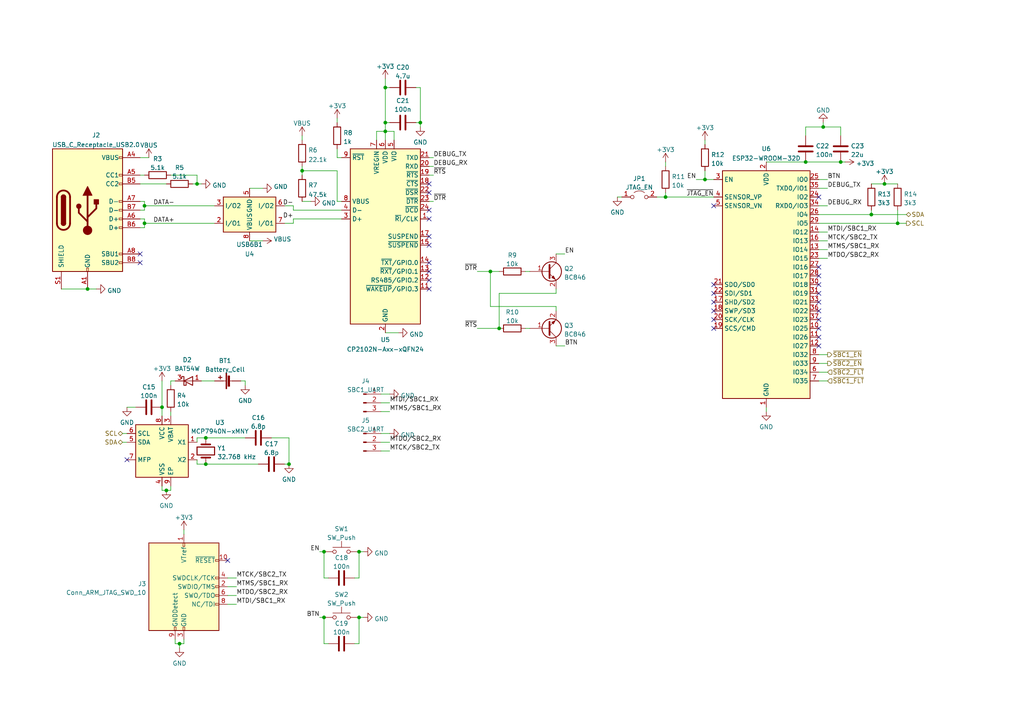
<source format=kicad_sch>
(kicad_sch (version 20211123) (generator eeschema)
  (paper "A4")
  (lib_symbols
    (symbol "Connector:Conn_01x03_Male" (pin_names (offset 1.016) hide)
      (property "Reference" "J" (at 0 5.08 0))
      (property "Value" "Conn_01x03_Male" (at 0 -5.08 0))
      (symbol "Conn_01x03_Male_1_1"
        (polyline (pts (xy 1.27 -2.54) (xy 0.8636 -2.54)) (stroke (width 0.1524)))
        (polyline (pts (xy 1.27 0) (xy 0.8636 0)) (stroke (width 0.1524)))
        (polyline (pts (xy 1.27 2.54) (xy 0.8636 2.54)) (stroke (width 0.1524)))
        (rectangle (start 0.8636 -2.413) (end 0 -2.667) (stroke (width 0.1524)) (fill (type outline)))
        (rectangle (start 0.8636 0.127) (end 0 -0.127) (stroke (width 0.1524)) (fill (type outline)))
        (rectangle (start 0.8636 2.667) (end 0 2.413) (stroke (width 0.1524)) (fill (type outline)))
        (pin passive line (at 5.08 2.54 180) (length 3.81) (name "Pin_1") (number "1"))
        (pin passive line (at 5.08 0 180) (length 3.81) (name "Pin_2") (number "2"))
        (pin passive line (at 5.08 -2.54 180) (length 3.81) (name "Pin_3") (number "3"))
      )
    )
    (symbol "Connector:Conn_ARM_JTAG_SWD_10" (pin_names (offset 1.016))
      (property "Reference" "J" (at -2.54 16.51 0))
      (property "Value" "Conn_ARM_JTAG_SWD_10" (at -2.54 13.97 0))
      (symbol "Conn_ARM_JTAG_SWD_10_0_1"
        (rectangle (start -10.16 12.7) (end 10.16 -12.7) (stroke (width 0.254)) (fill (type background)))
        (rectangle (start -2.794 -12.7) (end -2.286 -11.684))
        (rectangle (start -0.254 -12.7) (end 0.254 -11.684))
        (rectangle (start -0.254 12.7) (end 0.254 11.684))
        (rectangle (start 9.144 2.286) (end 10.16 2.794))
        (rectangle (start 10.16 -2.794) (end 9.144 -2.286))
        (rectangle (start 10.16 -0.254) (end 9.144 0.254))
        (rectangle (start 10.16 7.874) (end 9.144 7.366))
      )
      (symbol "Conn_ARM_JTAG_SWD_10_1_1"
        (rectangle (start 9.144 -5.334) (end 10.16 -4.826))
        (pin power_in line (at 0 15.24 270) (length 2.54) (name "VTref") (number "1"))
        (pin open_collector line (at 12.7 7.62 180) (length 2.54) (name "~{RESET}") (number "10"))
        (pin bidirectional line (at 12.7 0 180) (length 2.54) (name "SWDIO/TMS") (number "2"))
        (pin power_in line (at 0 -15.24 90) (length 2.54) (name "GND") (number "3"))
        (pin output line (at 12.7 2.54 180) (length 2.54) (name "SWDCLK/TCK") (number "4"))
        (pin passive line (at 0 -15.24 90) (length 2.54) hide (name "GND") (number "5"))
        (pin input line (at 12.7 -2.54 180) (length 2.54) (name "SWO/TDO") (number "6"))
        (pin no_connect line (at -10.16 0 0) (length 2.54) hide (name "KEY") (number "7"))
        (pin output line (at 12.7 -5.08 180) (length 2.54) (name "NC/TDI") (number "8"))
        (pin passive line (at -2.54 -15.24 90) (length 2.54) (name "GNDDetect") (number "9"))
      )
    )
    (symbol "Connector:USB_C_Receptacle_USB2.0" (pin_names (offset 1.016))
      (property "Reference" "J" (at -10.16 19.05 0))
      (property "Value" "USB_C_Receptacle_USB2.0" (at 19.05 19.05 0))
      (symbol "USB_C_Receptacle_USB2.0_0_0"
        (rectangle (start -0.254 -17.78) (end 0.254 -16.764))
        (rectangle (start 10.16 -14.986) (end 9.144 -15.494))
        (rectangle (start 10.16 -12.446) (end 9.144 -12.954))
        (rectangle (start 10.16 -4.826) (end 9.144 -5.334))
        (rectangle (start 10.16 -2.286) (end 9.144 -2.794))
        (rectangle (start 10.16 0.254) (end 9.144 -0.254))
        (rectangle (start 10.16 2.794) (end 9.144 2.286))
        (rectangle (start 10.16 7.874) (end 9.144 7.366))
        (rectangle (start 10.16 10.414) (end 9.144 9.906))
        (rectangle (start 10.16 15.494) (end 9.144 14.986))
      )
      (symbol "USB_C_Receptacle_USB2.0_0_1"
        (rectangle (start -10.16 17.78) (end 10.16 -17.78) (stroke (width 0.254)) (fill (type background)))
        (arc (start -8.89 -3.81) (mid -6.985 -5.715) (end -5.08 -3.81) (stroke (width 0.508)))
        (arc (start -7.62 -3.81) (mid -6.985 -4.445) (end -6.35 -3.81) (stroke (width 0.254)))
        (arc (start -7.62 -3.81) (mid -6.985 -4.445) (end -6.35 -3.81) (stroke (width 0.254)) (fill (type outline)))
        (rectangle (start -7.62 -3.81) (end -6.35 3.81) (stroke (width 0.254)) (fill (type outline)))
        (arc (start -6.35 3.81) (mid -6.985 4.445) (end -7.62 3.81) (stroke (width 0.254)))
        (arc (start -6.35 3.81) (mid -6.985 4.445) (end -7.62 3.81) (stroke (width 0.254)) (fill (type outline)))
        (arc (start -5.08 3.81) (mid -6.985 5.715) (end -8.89 3.81) (stroke (width 0.508)))
        (circle (center -2.54 1.143) (radius 0.635) (stroke (width 0.254)) (fill (type outline)))
        (circle (center 0 -5.842) (radius 1.27) (fill (type outline)))
        (polyline (pts (xy -8.89 -3.81) (xy -8.89 3.81)) (stroke (width 0.508)))
        (polyline (pts (xy -5.08 3.81) (xy -5.08 -3.81)) (stroke (width 0.508)))
        (polyline (pts (xy 0 -5.842) (xy 0 4.318)) (stroke (width 0.508)))
        (polyline (pts (xy 0 -3.302) (xy -2.54 -0.762) (xy -2.54 0.508)) (stroke (width 0.508)))
        (polyline (pts (xy 0 -2.032) (xy 2.54 0.508) (xy 2.54 1.778)) (stroke (width 0.508)))
        (polyline (pts (xy -1.27 4.318) (xy 0 6.858) (xy 1.27 4.318) (xy -1.27 4.318)) (stroke (width 0.254)) (fill (type outline)))
        (rectangle (start 1.905 1.778) (end 3.175 3.048) (stroke (width 0.254)) (fill (type outline)))
      )
      (symbol "USB_C_Receptacle_USB2.0_1_1"
        (pin passive line (at 0 -22.86 90) (length 5.08) (name "GND") (number "A1"))
        (pin passive line (at 0 -22.86 90) (length 5.08) hide (name "GND") (number "A12"))
        (pin passive line (at 15.24 15.24 180) (length 5.08) (name "VBUS") (number "A4"))
        (pin bidirectional line (at 15.24 10.16 180) (length 5.08) (name "CC1") (number "A5"))
        (pin bidirectional line (at 15.24 -2.54 180) (length 5.08) (name "D+") (number "A6"))
        (pin bidirectional line (at 15.24 2.54 180) (length 5.08) (name "D-") (number "A7"))
        (pin bidirectional line (at 15.24 -12.7 180) (length 5.08) (name "SBU1") (number "A8"))
        (pin passive line (at 15.24 15.24 180) (length 5.08) hide (name "VBUS") (number "A9"))
        (pin passive line (at 0 -22.86 90) (length 5.08) hide (name "GND") (number "B1"))
        (pin passive line (at 0 -22.86 90) (length 5.08) hide (name "GND") (number "B12"))
        (pin passive line (at 15.24 15.24 180) (length 5.08) hide (name "VBUS") (number "B4"))
        (pin bidirectional line (at 15.24 7.62 180) (length 5.08) (name "CC2") (number "B5"))
        (pin bidirectional line (at 15.24 -5.08 180) (length 5.08) (name "D+") (number "B6"))
        (pin bidirectional line (at 15.24 0 180) (length 5.08) (name "D-") (number "B7"))
        (pin bidirectional line (at 15.24 -15.24 180) (length 5.08) (name "SBU2") (number "B8"))
        (pin passive line (at 15.24 15.24 180) (length 5.08) hide (name "VBUS") (number "B9"))
        (pin passive line (at -7.62 -22.86 90) (length 5.08) (name "SHIELD") (number "S1"))
      )
    )
    (symbol "Device:Battery_Cell" (pin_numbers hide) (pin_names (offset 0) hide)
      (property "Reference" "BT" (at 2.54 2.54 0))
      (property "Value" "Battery_Cell" (at 2.54 0 0))
      (symbol "Battery_Cell_0_1"
        (rectangle (start -2.286 1.778) (end 2.286 1.524) (fill (type outline)))
        (rectangle (start -1.5748 1.1938) (end 1.4732 0.6858) (fill (type outline)))
        (polyline (pts (xy 0 0.762) (xy 0 0)))
        (polyline (pts (xy 0 1.778) (xy 0 2.54)))
        (polyline (pts (xy 0.508 3.429) (xy 1.524 3.429)) (stroke (width 0.254)))
        (polyline (pts (xy 1.016 3.937) (xy 1.016 2.921)) (stroke (width 0.254)))
      )
      (symbol "Battery_Cell_1_1"
        (pin passive line (at 0 5.08 270) (length 2.54) (name "+") (number "1"))
        (pin passive line (at 0 -2.54 90) (length 2.54) (name "-") (number "2"))
      )
    )
    (symbol "Device:C" (pin_numbers hide) (pin_names (offset 0.254))
      (property "Reference" "C" (at 0.635 2.54 0))
      (property "Value" "C" (at 0.635 -2.54 0))
      (symbol "C_0_1"
        (polyline (pts (xy -2.032 -0.762) (xy 2.032 -0.762)) (stroke (width 0.508)))
        (polyline (pts (xy -2.032 0.762) (xy 2.032 0.762)) (stroke (width 0.508)))
      )
      (symbol "C_1_1"
        (pin passive line (at 0 3.81 270) (length 2.794) (name "~") (number "1"))
        (pin passive line (at 0 -3.81 90) (length 2.794) (name "~") (number "2"))
      )
    )
    (symbol "Device:Crystal" (pin_numbers hide) (pin_names (offset 1.016) hide)
      (property "Reference" "Y" (at 0 3.81 0))
      (property "Value" "Crystal" (at 0 -3.81 0))
      (symbol "Crystal_0_1"
        (rectangle (start -1.143 2.54) (end 1.143 -2.54) (stroke (width 0.3048)))
        (polyline (pts (xy -2.54 0) (xy -1.905 0)))
        (polyline (pts (xy -1.905 -1.27) (xy -1.905 1.27)) (stroke (width 0.508)))
        (polyline (pts (xy 1.905 -1.27) (xy 1.905 1.27)) (stroke (width 0.508)))
        (polyline (pts (xy 2.54 0) (xy 1.905 0)))
      )
      (symbol "Crystal_1_1"
        (pin passive line (at -3.81 0 0) (length 1.27) (name "1") (number "1"))
        (pin passive line (at 3.81 0 180) (length 1.27) (name "2") (number "2"))
      )
    )
    (symbol "Device:R" (pin_numbers hide) (pin_names (offset 0))
      (property "Reference" "R" (at 2.032 0 90))
      (property "Value" "R" (at 0 0 90))
      (symbol "R_0_1"
        (rectangle (start -1.016 -2.54) (end 1.016 2.54) (stroke (width 0.254)))
      )
      (symbol "R_1_1"
        (pin passive line (at 0 3.81 270) (length 1.27) (name "~") (number "1"))
        (pin passive line (at 0 -3.81 90) (length 1.27) (name "~") (number "2"))
      )
    )
    (symbol "Diode:BAT54W" (pin_names (offset 1.016) hide)
      (property "Reference" "D" (at 0 2.54 0))
      (property "Value" "BAT54W" (at 0 -2.54 0))
      (symbol "BAT54W_0_1"
        (polyline (pts (xy 1.27 0) (xy -1.27 0)))
        (polyline (pts (xy 1.27 1.27) (xy 1.27 -1.27) (xy -1.27 0) (xy 1.27 1.27)) (stroke (width 0.254)))
        (polyline (pts (xy -1.905 0.635) (xy -1.905 1.27) (xy -1.27 1.27) (xy -1.27 -1.27) (xy -0.635 -1.27) (xy -0.635 -0.635)) (stroke (width 0.254)))
      )
      (symbol "BAT54W_1_1"
        (pin passive line (at 3.81 0 180) (length 2.54) (name "A") (number "1"))
        (pin no_connect line (at 0 0 90) (length 2.54) hide (name "NC") (number "2"))
        (pin passive line (at -3.81 0 0) (length 2.54) (name "K") (number "3"))
      )
    )
    (symbol "Interface_USB:CP2102N-Axx-xQFN24"
      (property "Reference" "U" (at -8.89 26.67 0))
      (property "Value" "CP2102N-Axx-xQFN24" (at 13.97 26.67 0))
      (symbol "CP2102N-Axx-xQFN24_0_1"
        (rectangle (start -10.16 25.4) (end 10.16 -25.4) (stroke (width 0.254)) (fill (type background)))
      )
      (symbol "CP2102N-Axx-xQFN24_1_1"
        (pin bidirectional line (at 12.7 5.08 180) (length 2.54) (name "~{RI}/CLK") (number "1"))
        (pin no_connect line (at -10.16 -22.86 0) (length 2.54) hide (name "NC") (number "10"))
        (pin bidirectional line (at 12.7 -15.24 180) (length 2.54) (name "~{WAKEUP}/GPIO.3") (number "11"))
        (pin bidirectional line (at 12.7 -12.7 180) (length 2.54) (name "RS485/GPIO.2") (number "12"))
        (pin bidirectional line (at 12.7 -10.16 180) (length 2.54) (name "~{RXT}/GPIO.1") (number "13"))
        (pin bidirectional line (at 12.7 -7.62 180) (length 2.54) (name "~{TXT}/GPIO.0") (number "14"))
        (pin output line (at 12.7 -2.54 180) (length 2.54) (name "~{SUSPEND}") (number "15"))
        (pin no_connect line (at 10.16 -22.86 180) (length 2.54) hide (name "NC") (number "16"))
        (pin output line (at 12.7 0 180) (length 2.54) (name "SUSPEND") (number "17"))
        (pin input line (at 12.7 15.24 180) (length 2.54) (name "~{CTS}") (number "18"))
        (pin output line (at 12.7 17.78 180) (length 2.54) (name "~{RTS}") (number "19"))
        (pin power_in line (at 0 -27.94 90) (length 2.54) (name "GND") (number "2"))
        (pin input line (at 12.7 20.32 180) (length 2.54) (name "RXD") (number "20"))
        (pin output line (at 12.7 22.86 180) (length 2.54) (name "TXD") (number "21"))
        (pin input line (at 12.7 12.7 180) (length 2.54) (name "~{DSR}") (number "22"))
        (pin output line (at 12.7 10.16 180) (length 2.54) (name "~{DTR}") (number "23"))
        (pin input line (at 12.7 7.62 180) (length 2.54) (name "~{DCD}") (number "24"))
        (pin passive line (at 0 -27.94 90) (length 2.54) hide (name "GND") (number "25"))
        (pin bidirectional line (at -12.7 5.08 0) (length 2.54) (name "D+") (number "3"))
        (pin bidirectional line (at -12.7 7.62 0) (length 2.54) (name "D-") (number "4"))
        (pin power_in line (at 2.54 27.94 270) (length 2.54) (name "VIO") (number "5"))
        (pin power_in line (at 0 27.94 270) (length 2.54) (name "VDD") (number "6"))
        (pin power_in line (at -2.54 27.94 270) (length 2.54) (name "VREGIN") (number "7"))
        (pin input line (at -12.7 10.16 0) (length 2.54) (name "VBUS") (number "8"))
        (pin input line (at -12.7 22.86 0) (length 2.54) (name "~{RST}") (number "9"))
      )
    )
    (symbol "Jumper:Jumper_2_Open" (pin_names (offset 0) hide)
      (property "Reference" "JP" (at 0 2.794 0))
      (property "Value" "Jumper_2_Open" (at 0 -2.286 0))
      (symbol "Jumper_2_Open_0_0"
        (circle (center -2.032 0) (radius 0.508))
        (circle (center 2.032 0) (radius 0.508))
      )
      (symbol "Jumper_2_Open_0_1"
        (arc (start 1.524 1.27) (mid 0 1.778) (end -1.524 1.27))
      )
      (symbol "Jumper_2_Open_1_1"
        (pin passive line (at -5.08 0 0) (length 2.54) (name "A") (number "1"))
        (pin passive line (at 5.08 0 180) (length 2.54) (name "B") (number "2"))
      )
    )
    (symbol "Power_Protection:USB6B1"
      (property "Reference" "U" (at 6.35 6.35 0))
      (property "Value" "USB6B1" (at 5.08 -6.35 0))
      (symbol "USB6B1_0_1"
        (rectangle (start -7.62 -5.08) (end 7.62 5.08) (stroke (width 0.254)) (fill (type background)))
      )
      (symbol "USB6B1_1_1"
        (pin passive line (at 0 7.62 270) (length 2.54) hide (name "VBUS") (number "1"))
        (pin passive line (at -10.16 2.54 0) (length 2.54) (name "I/O1") (number "2"))
        (pin passive line (at -10.16 -2.54 0) (length 2.54) (name "I/O2") (number "3"))
        (pin passive line (at 0 -7.62 90) (length 2.54) hide (name "GND") (number "4"))
        (pin passive line (at 0 -7.62 90) (length 2.54) (name "GND") (number "5"))
        (pin passive line (at 10.16 -2.54 180) (length 2.54) (name "I/O2") (number "6"))
        (pin passive line (at 10.16 2.54 180) (length 2.54) (name "I/O1") (number "7"))
        (pin passive line (at 0 7.62 270) (length 2.54) (name "VBUS") (number "8"))
      )
    )
    (symbol "RF_Module:ESP32-WROOM-32D"
      (property "Reference" "U" (at -12.7 34.29 0))
      (property "Value" "ESP32-WROOM-32D" (at 1.27 34.29 0))
      (symbol "ESP32-WROOM-32D_0_1"
        (rectangle (start -12.7 33.02) (end 12.7 -33.02) (stroke (width 0.254)) (fill (type background)))
      )
      (symbol "ESP32-WROOM-32D_1_1"
        (pin power_in line (at 0 -35.56 90) (length 2.54) (name "GND") (number "1"))
        (pin bidirectional line (at 15.24 -12.7 180) (length 2.54) (name "IO25") (number "10"))
        (pin bidirectional line (at 15.24 -15.24 180) (length 2.54) (name "IO26") (number "11"))
        (pin bidirectional line (at 15.24 -17.78 180) (length 2.54) (name "IO27") (number "12"))
        (pin bidirectional line (at 15.24 10.16 180) (length 2.54) (name "IO14") (number "13"))
        (pin bidirectional line (at 15.24 15.24 180) (length 2.54) (name "IO12") (number "14"))
        (pin passive line (at 0 -35.56 90) (length 2.54) hide (name "GND") (number "15"))
        (pin bidirectional line (at 15.24 12.7 180) (length 2.54) (name "IO13") (number "16"))
        (pin bidirectional line (at -15.24 -5.08 0) (length 2.54) (name "SHD/SD2") (number "17"))
        (pin bidirectional line (at -15.24 -7.62 0) (length 2.54) (name "SWP/SD3") (number "18"))
        (pin bidirectional line (at -15.24 -12.7 0) (length 2.54) (name "SCS/CMD") (number "19"))
        (pin power_in line (at 0 35.56 270) (length 2.54) (name "VDD") (number "2"))
        (pin bidirectional line (at -15.24 -10.16 0) (length 2.54) (name "SCK/CLK") (number "20"))
        (pin bidirectional line (at -15.24 0 0) (length 2.54) (name "SDO/SD0") (number "21"))
        (pin bidirectional line (at -15.24 -2.54 0) (length 2.54) (name "SDI/SD1") (number "22"))
        (pin bidirectional line (at 15.24 7.62 180) (length 2.54) (name "IO15") (number "23"))
        (pin bidirectional line (at 15.24 25.4 180) (length 2.54) (name "IO2") (number "24"))
        (pin bidirectional line (at 15.24 30.48 180) (length 2.54) (name "IO0") (number "25"))
        (pin bidirectional line (at 15.24 20.32 180) (length 2.54) (name "IO4") (number "26"))
        (pin bidirectional line (at 15.24 5.08 180) (length 2.54) (name "IO16") (number "27"))
        (pin bidirectional line (at 15.24 2.54 180) (length 2.54) (name "IO17") (number "28"))
        (pin bidirectional line (at 15.24 17.78 180) (length 2.54) (name "IO5") (number "29"))
        (pin input line (at -15.24 30.48 0) (length 2.54) (name "EN") (number "3"))
        (pin bidirectional line (at 15.24 0 180) (length 2.54) (name "IO18") (number "30"))
        (pin bidirectional line (at 15.24 -2.54 180) (length 2.54) (name "IO19") (number "31"))
        (pin no_connect line (at -12.7 -27.94 0) (length 2.54) hide (name "NC") (number "32"))
        (pin bidirectional line (at 15.24 -5.08 180) (length 2.54) (name "IO21") (number "33"))
        (pin bidirectional line (at 15.24 22.86 180) (length 2.54) (name "RXD0/IO3") (number "34"))
        (pin bidirectional line (at 15.24 27.94 180) (length 2.54) (name "TXD0/IO1") (number "35"))
        (pin bidirectional line (at 15.24 -7.62 180) (length 2.54) (name "IO22") (number "36"))
        (pin bidirectional line (at 15.24 -10.16 180) (length 2.54) (name "IO23") (number "37"))
        (pin passive line (at 0 -35.56 90) (length 2.54) hide (name "GND") (number "38"))
        (pin passive line (at 0 -35.56 90) (length 2.54) hide (name "GND") (number "39"))
        (pin input line (at -15.24 25.4 0) (length 2.54) (name "SENSOR_VP") (number "4"))
        (pin input line (at -15.24 22.86 0) (length 2.54) (name "SENSOR_VN") (number "5"))
        (pin input line (at 15.24 -25.4 180) (length 2.54) (name "IO34") (number "6"))
        (pin input line (at 15.24 -27.94 180) (length 2.54) (name "IO35") (number "7"))
        (pin bidirectional line (at 15.24 -20.32 180) (length 2.54) (name "IO32") (number "8"))
        (pin bidirectional line (at 15.24 -22.86 180) (length 2.54) (name "IO33") (number "9"))
      )
    )
    (symbol "Switch:SW_Push" (pin_numbers hide) (pin_names (offset 1.016) hide)
      (property "Reference" "SW" (at 1.27 2.54 0))
      (property "Value" "SW_Push" (at 0 -1.524 0))
      (symbol "SW_Push_0_1"
        (circle (center -2.032 0) (radius 0.508))
        (polyline (pts (xy 0 1.27) (xy 0 3.048)))
        (polyline (pts (xy 2.54 1.27) (xy -2.54 1.27)))
        (circle (center 2.032 0) (radius 0.508))
        (pin passive line (at -5.08 0 0) (length 2.54) (name "1") (number "1"))
        (pin passive line (at 5.08 0 180) (length 2.54) (name "2") (number "2"))
      )
    )
    (symbol "Timer_RTC:MCP7940N-xMNY"
      (property "Reference" "U" (at -6.35 8.89 0))
      (property "Value" "MCP7940N-xMNY" (at 11.43 8.89 0))
      (symbol "MCP7940N-xMNY_0_1"
        (rectangle (start -7.62 7.62) (end 7.62 -7.62) (stroke (width 0.254)) (fill (type background)))
      )
      (symbol "MCP7940N-xMNY_1_1"
        (pin input line (at 10.16 2.54 180) (length 2.54) (name "X1") (number "1"))
        (pin output line (at 10.16 -2.54 180) (length 2.54) (name "X2") (number "2"))
        (pin power_in line (at 2.54 10.16 270) (length 2.54) (name "VBAT") (number "3"))
        (pin power_in line (at 0 -10.16 90) (length 2.54) (name "VSS") (number "4"))
        (pin bidirectional line (at -10.16 2.54 0) (length 2.54) (name "SDA") (number "5"))
        (pin input line (at -10.16 5.08 0) (length 2.54) (name "SCL") (number "6"))
        (pin open_collector line (at -10.16 -2.54 0) (length 2.54) (name "MFP") (number "7"))
        (pin power_in line (at 0 10.16 270) (length 2.54) (name "VCC") (number "8"))
        (pin power_in line (at 2.54 -10.16 90) (length 2.54) (name "EP") (number "9"))
      )
    )
    (symbol "Transistor_BJT:BC846" (pin_names (offset 0) hide)
      (property "Reference" "Q" (at 5.08 1.905 0))
      (property "Value" "BC846" (at 5.08 0 0))
      (symbol "BC846_0_1"
        (polyline (pts (xy 0.635 0.635) (xy 2.54 2.54)))
        (polyline (pts (xy 0.635 -0.635) (xy 2.54 -2.54) (xy 2.54 -2.54)))
        (polyline (pts (xy 0.635 1.905) (xy 0.635 -1.905) (xy 0.635 -1.905)) (stroke (width 0.508)))
        (polyline (pts (xy 1.27 -1.778) (xy 1.778 -1.27) (xy 2.286 -2.286) (xy 1.27 -1.778) (xy 1.27 -1.778)) (fill (type outline)))
        (circle (center 1.27 0) (radius 2.8194) (stroke (width 0.254)))
      )
      (symbol "BC846_1_1"
        (pin input line (at -5.08 0 0) (length 5.715) (name "B") (number "1"))
        (pin passive line (at 2.54 -5.08 90) (length 2.54) (name "E") (number "2"))
        (pin passive line (at 2.54 5.08 270) (length 2.54) (name "C") (number "3"))
      )
    )
    (symbol "power:+3V3" (power) (pin_names (offset 0))
      (property "Value" "+3V3" (at 0 3.556 0))
      (symbol "+3V3_0_1"
        (polyline (pts (xy -0.762 1.27) (xy 0 2.54)))
        (polyline (pts (xy 0 0) (xy 0 2.54)))
        (polyline (pts (xy 0 2.54) (xy 0.762 1.27)))
      )
      (symbol "+3V3_1_1"
        (pin power_in line (at 0 0 90) (length 0) hide (name "+3V3") (number "1"))
      )
    )
    (symbol "power:GND" (power) (pin_names (offset 0))
      (property "Value" "GND" (at 0 -3.81 0))
      (symbol "GND_0_1"
        (polyline (pts (xy 0 0) (xy 0 -1.27) (xy 1.27 -1.27) (xy 0 -2.54) (xy -1.27 -1.27) (xy 0 -1.27)))
      )
      (symbol "GND_1_1"
        (pin power_in line (at 0 0 270) (length 0) hide (name "GND") (number "1"))
      )
    )
    (symbol "power:VBUS" (power) (pin_names (offset 0))
      (property "Value" "VBUS" (at 0 3.81 0))
      (symbol "VBUS_0_1"
        (polyline (pts (xy -0.762 1.27) (xy 0 2.54)))
        (polyline (pts (xy 0 0) (xy 0 2.54)))
        (polyline (pts (xy 0 2.54) (xy 0.762 1.27)))
      )
      (symbol "VBUS_1_1"
        (pin power_in line (at 0 0 90) (length 0) hide (name "VBUS") (number "1"))
      )
    )
  )
  (junction (at 111.76 38.1))
  (junction (at 41.91 64.77))
  (junction (at 142.24 78.74))
  (junction (at 252.73 62.23))
  (junction (at 193.04 57.15))
  (junction (at 104.14 179.07))
  (junction (at 243.84 46.99))
  (junction (at 256.54 53.34))
  (junction (at 121.92 35.56))
  (junction (at 57.15 53.34))
  (junction (at 260.35 64.77))
  (junction (at 93.98 160.02))
  (junction (at 87.63 49.53))
  (junction (at 93.98 179.07))
  (junction (at 52.07 186.69))
  (junction (at 59.69 127))
  (junction (at 46.99 118.11))
  (junction (at 204.47 52.07))
  (junction (at 144.78 95.25))
  (junction (at 238.76 36.83))
  (junction (at 233.68 46.99))
  (junction (at 111.76 25.4))
  (junction (at 83.82 134.62))
  (junction (at 59.69 134.62))
  (junction (at 25.4 83.82))
  (junction (at 41.91 59.69))
  (junction (at 48.26 142.24))
  (junction (at 104.14 160.02))
  (junction (at 111.76 35.56))
  (no_connect (at 124.46 71.12))
  (no_connect (at 207.01 87.63))
  (no_connect (at 124.46 78.74))
  (no_connect (at 237.49 100.33))
  (no_connect (at 237.49 85.09))
  (no_connect (at 237.49 82.55))
  (no_connect (at 237.49 80.01))
  (no_connect (at 237.49 77.47))
  (no_connect (at 237.49 97.79))
  (no_connect (at 237.49 95.25))
  (no_connect (at 237.49 92.71))
  (no_connect (at 237.49 90.17))
  (no_connect (at 237.49 87.63))
  (no_connect (at 207.01 90.17))
  (no_connect (at 36.83 133.35))
  (no_connect (at 207.01 92.71))
  (no_connect (at 207.01 82.55))
  (no_connect (at 124.46 55.88))
  (no_connect (at 40.64 73.66))
  (no_connect (at 124.46 60.96))
  (no_connect (at 207.01 85.09))
  (no_connect (at 124.46 68.58))
  (no_connect (at 237.49 57.15))
  (no_connect (at 124.46 81.28))
  (no_connect (at 124.46 63.5))
  (no_connect (at 207.01 95.25))
  (no_connect (at 124.46 53.34))
  (no_connect (at 124.46 83.82))
  (no_connect (at 124.46 76.2))
  (no_connect (at 40.64 76.2))
  (no_connect (at 207.01 59.69))
  (no_connect (at 66.04 162.56))
  (wire (pts (xy 222.25 118.11) (xy 222.25 119.38)))
  (wire (pts (xy 104.14 167.64) (xy 104.14 160.02)))
  (wire (pts (xy 237.49 110.49) (xy 240.03 110.49)))
  (wire (pts (xy 237.49 52.07) (xy 240.03 52.07)))
  (wire (pts (xy 66.04 175.26) (xy 68.58 175.26)))
  (wire (pts (xy 110.49 128.27) (xy 113.03 128.27)))
  (wire (pts (xy 152.4 95.25) (xy 153.67 95.25)))
  (wire (pts (xy 111.76 96.52) (xy 115.57 96.52)))
  (wire (pts (xy 93.98 186.69) (xy 95.25 186.69)))
  (wire (pts (xy 142.24 88.9) (xy 161.29 88.9)))
  (wire (pts (xy 85.09 63.5) (xy 99.06 63.5)))
  (wire (pts (xy 41.91 64.77) (xy 62.23 64.77)))
  (wire (pts (xy 124.46 50.8) (xy 125.73 50.8)))
  (wire (pts (xy 49.53 119.38) (xy 49.53 120.65)))
  (wire (pts (xy 87.63 49.53) (xy 97.79 49.53)))
  (wire (pts (xy 87.63 39.37) (xy 87.63 40.64)))
  (wire (pts (xy 237.49 59.69) (xy 240.03 59.69)))
  (wire (pts (xy 49.53 142.24) (xy 48.26 142.24)))
  (wire (pts (xy 55.88 53.34) (xy 57.15 53.34)))
  (wire (pts (xy 40.64 53.34) (xy 48.26 53.34)))
  (wire (pts (xy 99.06 60.96) (xy 85.09 60.96)))
  (wire (pts (xy 252.73 53.34) (xy 256.54 53.34)))
  (wire (pts (xy 144.78 95.25) (xy 144.78 85.09)))
  (wire (pts (xy 40.64 63.5) (xy 41.91 63.5)))
  (wire (pts (xy 113.03 35.56) (xy 111.76 35.56)))
  (wire (pts (xy 161.29 100.33) (xy 163.83 100.33)))
  (wire (pts (xy 97.79 58.42) (xy 99.06 58.42)))
  (wire (pts (xy 50.8 185.42) (xy 50.8 186.69)))
  (wire (pts (xy 92.71 179.07) (xy 93.98 179.07)))
  (wire (pts (xy 124.46 58.42) (xy 125.73 58.42)))
  (wire (pts (xy 82.55 134.62) (xy 83.82 134.62)))
  (wire (pts (xy 66.04 167.64) (xy 68.58 167.64)))
  (wire (pts (xy 114.3 38.1) (xy 114.3 40.64)))
  (wire (pts (xy 72.39 69.85) (xy 76.2 69.85)))
  (wire (pts (xy 120.65 25.4) (xy 121.92 25.4)))
  (wire (pts (xy 110.49 116.84) (xy 113.03 116.84)))
  (wire (pts (xy 233.68 36.83) (xy 238.76 36.83)))
  (wire (pts (xy 41.91 63.5) (xy 41.91 64.77)))
  (wire (pts (xy 237.49 69.85) (xy 240.03 69.85)))
  (wire (pts (xy 57.15 53.34) (xy 58.42 53.34)))
  (wire (pts (xy 57.15 50.8) (xy 57.15 53.34)))
  (wire (pts (xy 92.71 160.02) (xy 93.98 160.02)))
  (wire (pts (xy 46.99 140.97) (xy 46.99 142.24)))
  (wire (pts (xy 41.91 60.96) (xy 41.91 59.69)))
  (wire (pts (xy 93.98 179.07) (xy 93.98 186.69)))
  (wire (pts (xy 40.64 50.8) (xy 41.91 50.8)))
  (wire (pts (xy 57.15 134.62) (xy 59.69 134.62)))
  (wire (pts (xy 110.49 130.81) (xy 113.03 130.81)))
  (wire (pts (xy 41.91 58.42) (xy 40.64 58.42)))
  (wire (pts (xy 110.49 119.38) (xy 113.03 119.38)))
  (wire (pts (xy 59.69 134.62) (xy 74.93 134.62)))
  (wire (pts (xy 238.76 35.56) (xy 238.76 36.83)))
  (wire (pts (xy 161.29 73.66) (xy 163.83 73.66)))
  (wire (pts (xy 57.15 127) (xy 57.15 128.27)))
  (wire (pts (xy 161.29 85.09) (xy 161.29 83.82)))
  (wire (pts (xy 193.04 57.15) (xy 207.01 57.15)))
  (wire (pts (xy 85.09 60.96) (xy 85.09 59.69)))
  (wire (pts (xy 138.43 78.74) (xy 142.24 78.74)))
  (wire (pts (xy 237.49 62.23) (xy 252.73 62.23)))
  (wire (pts (xy 121.92 25.4) (xy 121.92 35.56)))
  (wire (pts (xy 25.4 83.82) (xy 27.94 83.82)))
  (wire (pts (xy 66.04 170.18) (xy 68.58 170.18)))
  (wire (pts (xy 142.24 78.74) (xy 142.24 88.9)))
  (wire (pts (xy 82.55 59.69) (xy 85.09 59.69)))
  (wire (pts (xy 53.34 153.67) (xy 53.34 154.94)))
  (wire (pts (xy 97.79 49.53) (xy 97.79 58.42)))
  (wire (pts (xy 102.87 167.64) (xy 104.14 167.64)))
  (wire (pts (xy 111.76 35.56) (xy 111.76 38.1)))
  (wire (pts (xy 87.63 49.53) (xy 87.63 50.8)))
  (wire (pts (xy 237.49 105.41) (xy 240.03 105.41)))
  (wire (pts (xy 78.74 127) (xy 83.82 127)))
  (wire (pts (xy 46.99 118.11) (xy 46.99 120.65)))
  (wire (pts (xy 104.14 179.07) (xy 105.41 179.07)))
  (wire (pts (xy 93.98 160.02) (xy 93.98 167.64)))
  (wire (pts (xy 50.8 186.69) (xy 52.07 186.69)))
  (wire (pts (xy 193.04 46.99) (xy 193.04 48.26)))
  (wire (pts (xy 111.76 38.1) (xy 114.3 38.1)))
  (wire (pts (xy 243.84 46.99) (xy 245.11 46.99)))
  (wire (pts (xy 233.68 46.99) (xy 243.84 46.99)))
  (wire (pts (xy 237.49 107.95) (xy 240.03 107.95)))
  (wire (pts (xy 233.68 39.37) (xy 233.68 36.83)))
  (wire (pts (xy 41.91 66.04) (xy 41.91 64.77)))
  (wire (pts (xy 190.5 57.15) (xy 193.04 57.15)))
  (wire (pts (xy 238.76 36.83) (xy 243.84 36.83)))
  (wire (pts (xy 49.53 50.8) (xy 57.15 50.8)))
  (wire (pts (xy 152.4 78.74) (xy 153.67 78.74)))
  (wire (pts (xy 40.64 66.04) (xy 41.91 66.04)))
  (wire (pts (xy 59.69 127) (xy 71.12 127)))
  (wire (pts (xy 109.22 38.1) (xy 111.76 38.1)))
  (wire (pts (xy 124.46 48.26) (xy 125.73 48.26)))
  (wire (pts (xy 111.76 38.1) (xy 111.76 40.64)))
  (wire (pts (xy 41.91 59.69) (xy 62.23 59.69)))
  (wire (pts (xy 121.92 36.83) (xy 121.92 35.56)))
  (wire (pts (xy 85.09 64.77) (xy 85.09 63.5)))
  (wire (pts (xy 71.12 111.76) (xy 71.12 110.49)))
  (wire (pts (xy 252.73 62.23) (xy 262.89 62.23)))
  (wire (pts (xy 110.49 125.73) (xy 113.03 125.73)))
  (wire (pts (xy 204.47 40.64) (xy 204.47 41.91)))
  (wire (pts (xy 40.64 60.96) (xy 41.91 60.96)))
  (wire (pts (xy 111.76 25.4) (xy 111.76 35.56)))
  (wire (pts (xy 71.12 110.49) (xy 69.85 110.49)))
  (wire (pts (xy 111.76 22.86) (xy 111.76 25.4)))
  (wire (pts (xy 237.49 54.61) (xy 240.03 54.61)))
  (wire (pts (xy 109.22 38.1) (xy 109.22 40.64)))
  (wire (pts (xy 49.53 140.97) (xy 49.53 142.24)))
  (wire (pts (xy 179.07 57.15) (xy 180.34 57.15)))
  (wire (pts (xy 260.35 64.77) (xy 262.89 64.77)))
  (wire (pts (xy 66.04 172.72) (xy 68.58 172.72)))
  (wire (pts (xy 256.54 53.34) (xy 260.35 53.34)))
  (wire (pts (xy 144.78 85.09) (xy 161.29 85.09)))
  (wire (pts (xy 87.63 58.42) (xy 90.17 58.42)))
  (wire (pts (xy 193.04 55.88) (xy 193.04 57.15)))
  (wire (pts (xy 201.93 52.07) (xy 204.47 52.07)))
  (wire (pts (xy 237.49 102.87) (xy 240.03 102.87)))
  (wire (pts (xy 57.15 127) (xy 59.69 127)))
  (wire (pts (xy 237.49 64.77) (xy 260.35 64.77)))
  (wire (pts (xy 46.99 142.24) (xy 48.26 142.24)))
  (wire (pts (xy 121.92 35.56) (xy 120.65 35.56)))
  (wire (pts (xy 243.84 36.83) (xy 243.84 39.37)))
  (wire (pts (xy 53.34 186.69) (xy 53.34 185.42)))
  (wire (pts (xy 49.53 111.76) (xy 49.53 110.49)))
  (wire (pts (xy 113.03 25.4) (xy 111.76 25.4)))
  (wire (pts (xy 36.83 118.11) (xy 39.37 118.11)))
  (wire (pts (xy 97.79 45.72) (xy 99.06 45.72)))
  (wire (pts (xy 97.79 43.18) (xy 97.79 45.72)))
  (wire (pts (xy 237.49 67.31) (xy 240.03 67.31)))
  (wire (pts (xy 104.14 186.69) (xy 102.87 186.69)))
  (wire (pts (xy 142.24 78.74) (xy 144.78 78.74)))
  (wire (pts (xy 35.56 128.27) (xy 36.83 128.27)))
  (wire (pts (xy 93.98 167.64) (xy 95.25 167.64)))
  (wire (pts (xy 204.47 49.53) (xy 204.47 52.07)))
  (wire (pts (xy 222.25 46.99) (xy 233.68 46.99)))
  (wire (pts (xy 72.39 54.61) (xy 76.2 54.61)))
  (wire (pts (xy 124.46 45.72) (xy 125.73 45.72)))
  (wire (pts (xy 252.73 60.96) (xy 252.73 62.23)))
  (wire (pts (xy 82.55 64.77) (xy 85.09 64.77)))
  (wire (pts (xy 52.07 186.69) (xy 53.34 186.69)))
  (wire (pts (xy 138.43 95.25) (xy 144.78 95.25)))
  (wire (pts (xy 46.99 110.49) (xy 46.99 118.11)))
  (wire (pts (xy 35.56 125.73) (xy 36.83 125.73)))
  (wire (pts (xy 104.14 179.07) (xy 104.14 186.69)))
  (wire (pts (xy 260.35 60.96) (xy 260.35 64.77)))
  (wire (pts (xy 97.79 34.29) (xy 97.79 35.56)))
  (wire (pts (xy 17.78 83.82) (xy 25.4 83.82)))
  (wire (pts (xy 41.91 59.69) (xy 41.91 58.42)))
  (wire (pts (xy 57.15 134.62) (xy 57.15 133.35)))
  (wire (pts (xy 52.07 186.69) (xy 52.07 187.96)))
  (wire (pts (xy 104.14 160.02) (xy 105.41 160.02)))
  (wire (pts (xy 49.53 110.49) (xy 50.8 110.49)))
  (wire (pts (xy 58.42 110.49) (xy 62.23 110.49)))
  (wire (pts (xy 110.49 114.3) (xy 113.03 114.3)))
  (wire (pts (xy 237.49 72.39) (xy 240.03 72.39)))
  (wire (pts (xy 87.63 48.26) (xy 87.63 49.53)))
  (wire (pts (xy 40.64 45.72) (xy 43.18 45.72)))
  (wire (pts (xy 204.47 52.07) (xy 207.01 52.07)))
  (wire (pts (xy 237.49 74.93) (xy 240.03 74.93)))
  (wire (pts (xy 83.82 127) (xy 83.82 134.62)))
  (wire (pts (xy 161.29 88.9) (xy 161.29 90.17)))
  (label "MTDO{slash}SBC2_RX" (at 113.03 128.27 0))
  (label "BTN" (at 163.83 100.33 0))
  (label "MTMS{slash}SBC1_RX" (at 240.03 72.39 0))
  (label "~{DTR}" (at 138.43 78.74 180))
  (label "~{JTAG_EN}" (at 207.01 57.15 180))
  (label "DATA+" (at 44.45 64.77 0))
  (label "DEBUG_TX" (at 125.73 45.72 0))
  (label "DATA-" (at 44.45 59.69 0))
  (label "EN" (at 201.93 52.07 180))
  (label "~{DTR}" (at 125.73 58.42 0))
  (label "BTN" (at 240.03 52.07 0))
  (label "BTN" (at 92.71 179.07 180))
  (label "EN" (at 163.83 73.66 0))
  (label "DEBUG_RX" (at 240.03 59.69 0))
  (label "DEBUG_TX" (at 240.03 54.61 0))
  (label "MTDO{slash}SBC2_RX" (at 240.03 74.93 0))
  (label "EN" (at 92.71 160.02 180))
  (label "MTMS{slash}SBC1_RX" (at 68.58 170.18 0))
  (label "MTCK{slash}SBC2_TX" (at 68.58 167.64 0))
  (label "MTDI{slash}SBC1_RX" (at 68.58 175.26 0))
  (label "D+" (at 85.09 63.5 180))
  (label "D-" (at 85.09 59.69 180))
  (label "MTDI{slash}SBC1_RX" (at 240.03 67.31 0))
  (label "MTDI{slash}SBC1_RX" (at 113.03 116.84 0))
  (label "MTDO{slash}SBC2_RX" (at 68.58 172.72 0))
  (label "~{RTS}" (at 138.43 95.25 180))
  (label "~{RTS}" (at 125.73 50.8 0))
  (label "MTCK{slash}SBC2_TX" (at 113.03 130.81 0))
  (label "DEBUG_RX" (at 125.73 48.26 0))
  (label "MTCK{slash}SBC2_TX" (at 240.03 69.85 0))
  (label "MTMS{slash}SBC1_RX" (at 113.03 119.38 0))
  (hierarchical_label "~{SBC1_EN}" (shape output) (at 240.03 102.87 0))
  (hierarchical_label "SCL" (shape output) (at 262.89 64.77 0))
  (hierarchical_label "SCL" (shape bidirectional) (at 35.56 125.73 180))
  (hierarchical_label "SDA" (shape bidirectional) (at 35.56 128.27 180))
  (hierarchical_label "SDA" (shape bidirectional) (at 262.89 62.23 0))
  (hierarchical_label "~{SBC2_FLT}" (shape input) (at 240.03 107.95 0))
  (hierarchical_label "~{SBC2_EN}" (shape output) (at 240.03 105.41 0))
  (hierarchical_label "~{SBC1_FLT}" (shape input) (at 240.03 110.49 0))
  (symbol (lib_id "power:GND") (at 121.92 36.83 0) (unit 1)
    (property "Reference" "#PWR040" (effects hide))
    (property "Value" "GND" (at 121.92 41.2734 0))
  )
  (symbol (lib_id "Device:R") (at 148.59 95.25 90) (unit 1)
    (property "Reference" "R10" (at 148.59 90.5342 90))
    (property "Value" "10k" (at 148.59 93.0711 90))
    (property "Footprint" "Resistor_SMD:R_0402_1005Metric_Pad0.72x0.64mm_HandSolder" (effects hide))
  )
  (symbol (lib_id "power:GND") (at 27.94 83.82 90) (unit 1)
    (property "Reference" "#PWR019" (effects hide))
    (property "Value" "GND" (at 31.1151 84.299 90) (effects (justify right)))
  )
  (symbol (lib_id "Power_Protection:USB6B1") (at 72.39 62.23 0) (mirror x) (unit 1)
    (property "Reference" "U4" (at 72.39 73.6896 0))
    (property "Value" "USB6B1" (at 72.39 70.9145 0))
    (property "Footprint" "Package_SO:SOIC-8_3.9x4.9mm_P1.27mm" (effects hide))
    (property "Datasheet" "http://www.st.com/content/ccc/resource/technical/document/datasheet/3e/ec/b2/54/b2/76/47/90/CD00001361.pdf/files/CD00001361.pdf/jcr:content/translations/en.CD00001361.pdf" (effects hide))
    (property "Mouser" "https://cz.mouser.com/ProductDetail/STMicroelectronics/USB6B1RL" (effects hide))
  )
  (symbol (lib_id "power:GND") (at 222.25 119.38 0) (unit 1)
    (property "Reference" "#PWR044" (effects hide))
    (property "Value" "GND" (at 222.25 123.8234 0))
  )
  (symbol (lib_id "power:GND") (at 113.03 125.73 90) (unit 1)
    (property "Reference" "#PWR038" (effects hide))
    (property "Value" "GND" (at 116.205 126.1638 90) (effects (justify right)))
  )
  (symbol (lib_id "Device:Crystal") (at 59.69 130.81 90) (unit 1)
    (property "Reference" "Y1" (at 63.0174 129.9753 90) (effects (justify right)))
    (property "Value" "32.768 kHz" (at 63.0174 132.5122 90) (effects (justify right)))
    (property "Footprint" "Crystal:Crystal_SMD_G8-2Pin_3.2x1.5mm_HandSoldering" (effects hide))
    (property "Value" "32.768 kHz" (effects hide))
  )
  (symbol (lib_id "Device:R") (at 260.35 57.15 0) (unit 1)
    (property "Reference" "R14" (at 262.128 56.3153 0) (effects (justify left)))
    (property "Value" "3k3" (at 262.128 58.8522 0) (effects (justify left)))
    (property "Footprint" "Resistor_SMD:R_0402_1005Metric_Pad0.72x0.64mm_HandSolder" (effects hide))
  )
  (symbol (lib_id "power:+3V3") (at 245.11 46.99 270) (unit 1)
    (property "Reference" "#PWR046" (effects hide))
    (property "Value" "+3V3" (at 248.285 47.4238 90) (effects (justify left)))
  )
  (symbol (lib_id "Device:R") (at 193.04 52.07 0) (unit 1)
    (property "Reference" "R11" (at 194.818 51.2353 0) (effects (justify left)))
    (property "Value" "10k" (at 194.818 53.7722 0) (effects (justify left)))
    (property "Footprint" "Resistor_SMD:R_0402_1005Metric_Pad0.72x0.64mm_HandSolder" (effects hide))
  )
  (symbol (lib_id "power:+3V3") (at 111.76 22.86 0) (unit 1)
    (property "Reference" "#PWR036" (effects hide))
    (property "Value" "+3V3" (at 111.76 19.2842 0))
  )
  (symbol (lib_id "power:GND") (at 76.2 54.61 90) (mirror x) (unit 1)
    (property "Reference" "#PWR028" (effects hide))
    (property "Value" "GND" (at 79.3751 54.131 90) (effects (justify right)))
  )
  (symbol (lib_id "Timer_RTC:MCP7940N-xMNY") (at 46.99 130.81 0) (unit 1)
    (property "Reference" "U3" (at 63.7669 122.5635 0))
    (property "Value" "MCP7940N-xMNY" (at 63.7669 125.1004 0))
    (property "Footprint" "Package_DFN_QFN:DFN-8-1EP_3x2mm_P0.5mm_EP1.36x1.46mm" (effects hide))
    (property "Footprint" "Package_DFN_QFN:DFN-8-1EP_3x2mm_P0.5mm_EP1.36x1.46mm" (effects hide))
    (property "Value" "MCP7940N-xMNY" (effects hide))
  )
  (symbol (lib_id "power:+3V3") (at 53.34 153.67 0) (unit 1)
    (property "Reference" "#PWR025" (effects hide))
    (property "Value" "+3V3" (at 53.34 150.0942 0))
  )
  (symbol (lib_id "Transistor_BJT:BC846") (at 158.75 78.74 0) (unit 1)
    (property "Reference" "Q2" (at 163.6014 77.9053 0) (effects (justify left)))
    (property "Value" "BC846" (at 163.6014 80.4422 0) (effects (justify left)))
    (property "Footprint" "Package_TO_SOT_SMD:SOT-23" (effects hide))
    (property "Datasheet" "https://assets.nexperia.com/documents/data-sheet/BC846_SER.pdf" (effects hide))
  )
  (symbol (lib_id "power:GND") (at 36.83 118.11 0) (unit 1)
    (property "Reference" "#PWR020" (effects hide))
    (property "Value" "GND" (at 36.83 122.5534 0))
  )
  (symbol (lib_id "Device:C") (at 99.06 186.69 90) (unit 1)
    (property "Reference" "C19" (at 99.06 180.8312 90))
    (property "Value" "100n" (at 99.06 183.3681 90))
    (property "Footprint" "Capacitor_SMD:C_0402_1005Metric_Pad0.74x0.62mm_HandSolder" (effects hide))
  )
  (symbol (lib_id "power:+3V3") (at 193.04 46.99 0) (unit 1)
    (property "Reference" "#PWR042" (effects hide))
    (property "Value" "+3V3" (at 193.04 43.4142 0))
  )
  (symbol (lib_id "power:GND") (at 113.03 114.3 90) (unit 1)
    (property "Reference" "#PWR037" (effects hide))
    (property "Value" "GND" (at 116.205 114.7338 90) (effects (justify right)))
  )
  (symbol (lib_id "Device:R") (at 148.59 78.74 90) (unit 1)
    (property "Reference" "R9" (at 148.59 74.0242 90))
    (property "Value" "10k" (at 148.59 76.5611 90))
    (property "Footprint" "Resistor_SMD:R_0402_1005Metric_Pad0.72x0.64mm_HandSolder" (effects hide))
  )
  (symbol (lib_id "Device:C") (at 116.84 25.4 90) (unit 1)
    (property "Reference" "C20" (at 116.84 19.5412 90))
    (property "Value" "4.7u" (at 116.84 22.0781 90))
    (property "Footprint" "Capacitor_SMD:C_1206_3216Metric_Pad1.33x1.80mm_HandSolder" (effects hide))
  )
  (symbol (lib_id "power:GND") (at 52.07 187.96 0) (unit 1)
    (property "Reference" "#PWR024" (effects hide))
    (property "Value" "GND" (at 52.07 192.4034 0))
  )
  (symbol (lib_id "Device:R") (at 87.63 54.61 180) (unit 1)
    (property "Reference" "R7" (at 89.4081 53.7015 0) (effects (justify right)))
    (property "Value" "47.5k" (at 89.4081 56.4766 0) (effects (justify right)))
    (property "Footprint" "Resistor_SMD:R_0402_1005Metric_Pad0.72x0.64mm_HandSolder" (effects hide))
  )
  (symbol (lib_id "power:GND") (at 115.57 96.52 90) (unit 1)
    (property "Reference" "#PWR039" (effects hide))
    (property "Value" "GND" (at 118.7451 96.999 90) (effects (justify right)))
  )
  (symbol (lib_id "Interface_USB:CP2102N-Axx-xQFN24") (at 111.76 68.58 0) (unit 1)
    (property "Reference" "U5" (at 111.76 98.5426 0))
    (property "Value" "CP2102N-Axx-xQFN24" (at 111.76 101.3177 0))
    (property "Footprint" "Package_DFN_QFN:QFN-24-1EP_4x4mm_P0.5mm_EP2.6x2.6mm" (effects hide))
    (property "Datasheet" "https://www.silabs.com/documents/public/data-sheets/cp2102n-datasheet.pdf" (effects hide))
    (property "Mouser" "https://cz.mouser.com/ProductDetail/634-CP2102NA02GQFN24" (effects hide))
  )
  (symbol (lib_id "power:GND") (at 90.17 58.42 90) (unit 1)
    (property "Reference" "#PWR032" (effects hide))
    (property "Value" "GND" (at 93.3451 58.899 90) (effects (justify right)))
  )
  (symbol (lib_id "Device:R") (at 97.79 39.37 180) (unit 1)
    (property "Reference" "R8" (at 99.568 38.5353 0) (effects (justify right)))
    (property "Value" "1k" (at 99.568 41.0722 0) (effects (justify right)))
    (property "Footprint" "Resistor_SMD:R_0402_1005Metric_Pad0.72x0.64mm_HandSolder" (effects hide))
  )
  (symbol (lib_id "power:GND") (at 105.41 160.02 90) (unit 1)
    (property "Reference" "#PWR034" (effects hide))
    (property "Value" "GND" (at 108.585 160.4538 90) (effects (justify right)))
  )
  (symbol (lib_id "Diode:BAT54W") (at 54.61 110.49 0) (unit 1)
    (property "Reference" "D2" (at 54.2925 104.3772 0))
    (property "Value" "BAT54W" (at 54.2925 106.9141 0))
    (property "Footprint" "Package_TO_SOT_SMD:SOT-323_SC-70" (effects hide))
    (property "Footprint" "Package_TO_SOT_SMD:SOT-323_SC-70" (effects hide))
    (property "Value" "BAT54W" (effects hide))
  )
  (symbol (lib_id "Connector:Conn_ARM_JTAG_SWD_10") (at 53.34 170.18 0) (unit 1)
    (property "Reference" "J3" (at 42.418 169.3453 0) (effects (justify right)))
    (property "Value" "Conn_ARM_JTAG_SWD_10" (at 42.418 171.8822 0) (effects (justify right)))
    (property "Footprint" "Connector_IDC:IDC-Header_2x05_P2.54mm_Vertical" (effects hide))
    (property "Footprint" "Connector_IDC:IDC-Header_2x05_P2.54mm_Vertical" (effects hide))
    (property "Value" "Conn_ARM_JTAG_SWD_10" (effects hide))
  )
  (symbol (lib_id "power:VBUS") (at 87.63 39.37 0) (unit 1)
    (property "Reference" "#PWR031" (effects hide))
    (property "Value" "VBUS" (at 87.63 35.7654 0))
  )
  (symbol (lib_id "Device:C") (at 74.93 127 90) (unit 1)
    (property "Reference" "C16" (at 74.93 121.1412 90))
    (property "Value" "6.8p" (at 74.93 123.6781 90))
    (property "Footprint" "Capacitor_SMD:C_0402_1005Metric_Pad0.74x0.62mm_HandSolder" (effects hide))
    (property "Value" "C" (effects hide))
  )
  (symbol (lib_id "power:GND") (at 105.41 179.07 90) (unit 1)
    (property "Reference" "#PWR035" (effects hide))
    (property "Value" "GND" (at 108.585 179.5038 90) (effects (justify right)))
  )
  (symbol (lib_id "Device:C") (at 99.06 167.64 90) (unit 1)
    (property "Reference" "C18" (at 99.06 161.7812 90))
    (property "Value" "100n" (at 99.06 164.3181 90))
    (property "Footprint" "Capacitor_SMD:C_0402_1005Metric_Pad0.74x0.62mm_HandSolder" (effects hide))
  )
  (symbol (lib_id "Device:C") (at 78.74 134.62 90) (unit 1)
    (property "Reference" "C17" (at 78.74 128.7612 90))
    (property "Value" "6.8p" (at 78.74 131.2981 90))
    (property "Footprint" "Capacitor_SMD:C_0402_1005Metric_Pad0.74x0.62mm_HandSolder" (effects hide))
    (property "Value" "C" (effects hide))
  )
  (symbol (lib_id "Device:R") (at 204.47 45.72 0) (unit 1)
    (property "Reference" "R12" (at 206.248 44.8853 0) (effects (justify left)))
    (property "Value" "10k" (at 206.248 47.4222 0) (effects (justify left)))
    (property "Footprint" "Resistor_SMD:R_0402_1005Metric_Pad0.72x0.64mm_HandSolder" (effects hide))
  )
  (symbol (lib_id "Switch:SW_Push") (at 99.06 160.02 0) (unit 1)
    (property "Reference" "SW1" (at 99.06 153.3992 0))
    (property "Value" "SW_Push" (at 99.06 155.9361 0))
    (property "Footprint" "Button_Switch_SMD:SW_Push_1P1T_NO_6x6mm_H9.5mm" (effects hide))
  )
  (symbol (lib_id "Device:R") (at 45.72 50.8 90) (unit 1)
    (property "Reference" "R3" (at 45.72 46.0842 90))
    (property "Value" "5.1k" (at 45.72 48.6211 90))
    (property "Footprint" "Resistor_SMD:R_0402_1005Metric_Pad0.72x0.64mm_HandSolder" (effects hide))
  )
  (symbol (lib_id "Switch:SW_Push") (at 99.06 179.07 0) (unit 1)
    (property "Reference" "SW2" (at 99.06 172.4492 0))
    (property "Value" "SW_Push" (at 99.06 174.9861 0))
    (property "Footprint" "Button_Switch_SMD:SW_Push_1P1T_NO_6x6mm_H9.5mm" (effects hide))
  )
  (symbol (lib_id "power:+3V3") (at 204.47 40.64 0) (unit 1)
    (property "Reference" "#PWR043" (effects hide))
    (property "Value" "+3V3" (at 204.47 37.0642 0))
  )
  (symbol (lib_id "Device:R") (at 87.63 44.45 180) (unit 1)
    (property "Reference" "R6" (at 89.4081 43.5415 0) (effects (justify right)))
    (property "Value" "22.1k" (at 89.4081 46.3166 0) (effects (justify right)))
    (property "Footprint" "Resistor_SMD:R_0402_1005Metric_Pad0.72x0.64mm_HandSolder" (effects hide))
  )
  (symbol (lib_id "power:VBUS") (at 43.18 45.72 0) (unit 1)
    (property "Reference" "#PWR021" (effects hide))
    (property "Value" "VBUS" (at 43.18 42.1442 0))
  )
  (symbol (lib_id "power:GND") (at 48.26 142.24 0) (unit 1)
    (property "Reference" "#PWR023" (effects hide))
    (property "Value" "GND" (at 48.26 146.6834 0))
  )
  (symbol (lib_id "Transistor_BJT:BC846") (at 158.75 95.25 0) (mirror x) (unit 1)
    (property "Reference" "Q3" (at 163.6014 94.4153 0) (effects (justify left)))
    (property "Value" "BC846" (at 163.6014 96.9522 0) (effects (justify left)))
    (property "Footprint" "Package_TO_SOT_SMD:SOT-23" (effects hide))
    (property "Datasheet" "https://assets.nexperia.com/documents/data-sheet/BC846_SER.pdf" (effects hide))
  )
  (symbol (lib_id "power:GND") (at 83.82 134.62 0) (unit 1)
    (property "Reference" "#PWR030" (effects hide))
    (property "Value" "GND" (at 83.82 139.0634 0))
  )
  (symbol (lib_id "power:GND") (at 179.07 57.15 0) (unit 1)
    (property "Reference" "#PWR041" (effects hide))
    (property "Value" "GND" (at 179.07 61.5934 0))
  )
  (symbol (lib_id "Device:C") (at 233.68 43.18 0) (unit 1)
    (property "Reference" "C22" (at 236.601 42.3453 0) (effects (justify left)))
    (property "Value" "100n" (at 236.601 44.8822 0) (effects (justify left)))
    (property "Footprint" "Capacitor_SMD:C_0402_1005Metric_Pad0.74x0.62mm_HandSolder" (effects hide))
  )
  (symbol (lib_id "Jumper:Jumper_2_Open") (at 185.42 57.15 0) (unit 1)
    (property "Reference" "JP1" (at 185.42 51.7992 0))
    (property "Value" "JTAG_EN" (at 185.42 54.3361 0))
    (property "Footprint" "Connector_PinHeader_2.54mm:PinHeader_1x02_P2.54mm_Vertical" (effects hide))
  )
  (symbol (lib_id "power:GND") (at 58.42 53.34 90) (unit 1)
    (property "Reference" "#PWR026" (effects hide))
    (property "Value" "GND" (at 61.595 53.7738 90) (effects (justify right)))
  )
  (symbol (lib_id "Device:C") (at 43.18 118.11 90) (unit 1)
    (property "Reference" "C15" (at 43.18 112.2512 90))
    (property "Value" "100n" (at 43.18 114.7881 90))
    (property "Footprint" "Capacitor_SMD:C_0402_1005Metric_Pad0.74x0.62mm_HandSolder" (effects hide))
    (property "Footprint" "Capacitor_SMD:C_0402_1005Metric_Pad0.74x0.62mm_HandSolder" (effects hide))
    (property "Value" "100n" (effects hide))
  )
  (symbol (lib_id "Device:Battery_Cell") (at 67.31 110.49 90) (unit 1)
    (property "Reference" "BT1" (at 65.278 104.6312 90))
    (property "Value" "Battery_Cell" (at 65.278 107.1681 90))
    (property "Footprint" "Battery:BatteryHolder_Keystone_3034_1x20mm" (effects hide))
    (property "Footprint" "Battery:BatteryHolder_Keystone_3034_1x20mm" (effects hide))
    (property "Value" "Battery_Cell" (effects hide))
  )
  (symbol (lib_id "Device:R") (at 252.73 57.15 0) (unit 1)
    (property "Reference" "R13" (at 254.508 56.3153 0) (effects (justify left)))
    (property "Value" "3k3" (at 254.508 58.8522 0) (effects (justify left)))
    (property "Footprint" "Resistor_SMD:R_0402_1005Metric_Pad0.72x0.64mm_HandSolder" (effects hide))
  )
  (symbol (lib_id "Device:C") (at 116.84 35.56 90) (unit 1)
    (property "Reference" "C21" (at 116.84 29.21 90))
    (property "Value" "100n" (at 116.84 31.75 90))
    (property "Footprint" "Capacitor_SMD:C_0402_1005Metric_Pad0.74x0.62mm_HandSolder" (effects hide))
    (property "Mouser" "https://cz.mouser.com/ProductDetail/187-CL21B104KCFSFNE" (effects hide))
  )
  (symbol (lib_id "Device:R") (at 52.07 53.34 90) (unit 1)
    (property "Reference" "R5" (at 52.07 48.6242 90))
    (property "Value" "5.1k" (at 52.07 51.1611 90))
    (property "Footprint" "Resistor_SMD:R_0402_1005Metric_Pad0.72x0.64mm_HandSolder" (effects hide))
  )
  (symbol (lib_id "Connector:Conn_01x03_Male") (at 105.41 128.27 0) (unit 1)
    (property "Reference" "J5" (at 106.045 121.954 0))
    (property "Value" "SBC2_UART" (at 106.045 124.4909 0))
    (property "Footprint" "Connector_PinHeader_2.54mm:PinHeader_1x03_P2.54mm_Vertical" (effects hide))
  )
  (symbol (lib_id "Device:C") (at 243.84 43.18 0) (unit 1)
    (property "Reference" "C23" (at 246.761 42.3453 0) (effects (justify left)))
    (property "Value" "22u" (at 246.761 44.8822 0) (effects (justify left)))
    (property "Footprint" "Capacitor_SMD:C_1210_3225Metric_Pad1.33x2.70mm_HandSolder" (effects hide))
  )
  (symbol (lib_id "Connector:Conn_01x03_Male") (at 105.41 116.84 0) (unit 1)
    (property "Reference" "J4" (at 106.045 110.524 0))
    (property "Value" "SBC1_UART" (at 106.045 113.0609 0))
    (property "Footprint" "Connector_PinHeader_2.54mm:PinHeader_1x03_P2.54mm_Vertical" (effects hide))
  )
  (symbol (lib_id "power:+3V3") (at 97.79 34.29 0) (unit 1)
    (property "Reference" "#PWR033" (effects hide))
    (property "Value" "+3V3" (at 97.79 30.7142 0))
  )
  (symbol (lib_id "RF_Module:ESP32-WROOM-32D") (at 222.25 82.55 0) (unit 1)
    (property "Reference" "U6" (at 222.25 43.1504 0))
    (property "Value" "ESP32-WROOM-32D" (at 222.25 45.9255 0))
    (property "Footprint" "RF_Module:ESP32-WROOM-32" (effects hide))
    (property "Datasheet" "https://www.espressif.com/sites/default/files/documentation/esp32-wroom-32d_esp32-wroom-32u_datasheet_en.pdf" (effects hide))
    (property "Mouser" "https://cz.mouser.com/ProductDetail/356-ES32WROOM32D16MB" (effects hide))
  )
  (symbol (lib_id "Connector:USB_C_Receptacle_USB2.0") (at 25.4 60.96 0) (unit 1)
    (property "Reference" "J2" (at 27.8765 39.2134 0))
    (property "Value" "USB_C_Receptacle_USB2.0" (at 27.8765 41.9885 0))
    (property "Footprint" "Connector_USB:USB_C_Receptacle_JAE_DX07S016JA1R1500" (effects hide))
    (property "Datasheet" "https://www.usb.org/sites/default/files/documents/usb_type-c.zip" (effects hide))
    (property "Mouser" "https://cz.mouser.com/ProductDetail/538-217179-0001" (effects hide))
  )
  (symbol (lib_id "power:+3V3") (at 46.99 110.49 0) (unit 1)
    (property "Reference" "#PWR022" (effects hide))
    (property "Value" "+3V3" (at 46.99 106.9142 0))
  )
  (symbol (lib_id "Device:R") (at 49.53 115.57 0) (unit 1)
    (property "Reference" "R4" (at 51.308 114.7353 0) (effects (justify left)))
    (property "Value" "10k" (at 51.308 117.2722 0) (effects (justify left)))
    (property "Footprint" "Resistor_SMD:R_0402_1005Metric_Pad0.72x0.64mm_HandSolder" (effects hide))
    (property "Footprint" "Resistor_SMD:R_0402_1005Metric_Pad0.72x0.64mm_HandSolder" (effects hide))
    (property "Value" "10k" (effects hide))
  )
  (symbol (lib_id "power:VBUS") (at 76.2 69.85 270) (mirror x) (unit 1)
    (property "Reference" "#PWR029" (effects hide))
    (property "Value" "VBUS" (at 79.3751 69.371 90) (effects (justify left)))
  )
  (symbol (lib_id "power:GND") (at 238.76 35.56 180) (unit 1)
    (property "Reference" "#PWR045" (effects hide))
    (property "Value" "GND" (at 238.76 31.9842 0))
  )
  (symbol (lib_id "power:GND") (at 71.12 111.76 0) (unit 1)
    (property "Reference" "#PWR027" (effects hide))
    (property "Value" "GND" (at 71.12 116.2034 0))
  )
  (symbol (lib_id "power:+3V3") (at 256.54 53.34 0) (unit 1)
    (property "Reference" "#PWR047" (effects hide))
    (property "Value" "+3V3" (at 256.54 49.7642 0))
  )
)
</source>
